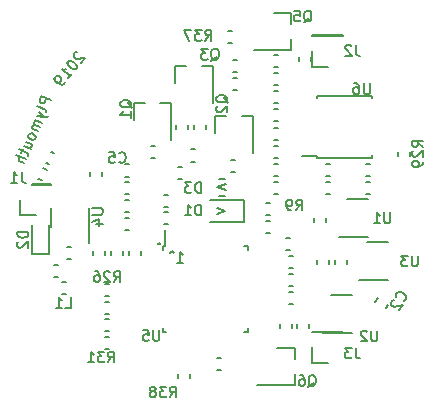
<source format=gbr>
G04 #@! TF.GenerationSoftware,KiCad,Pcbnew,(5.1.2)-2*
G04 #@! TF.CreationDate,2019-07-20T17:19:25+01:00*
G04 #@! TF.ProjectId,Kilobot v2-0,4b696c6f-626f-4742-9076-322d302e6b69,rev?*
G04 #@! TF.SameCoordinates,Original*
G04 #@! TF.FileFunction,Legend,Bot*
G04 #@! TF.FilePolarity,Positive*
%FSLAX46Y46*%
G04 Gerber Fmt 4.6, Leading zero omitted, Abs format (unit mm)*
G04 Created by KiCad (PCBNEW (5.1.2)-2) date 2019-07-20 17:19:25*
%MOMM*%
%LPD*%
G04 APERTURE LIST*
%ADD10C,0.160000*%
%ADD11C,0.200000*%
G04 APERTURE END LIST*
D10*
X96260000Y-105327142D02*
X96774285Y-105327142D01*
X96517142Y-105327142D02*
X96517142Y-104427142D01*
X96602857Y-104555714D01*
X96688571Y-104641428D01*
X96774285Y-104684285D01*
X96002857Y-104512857D02*
X95831428Y-104384285D01*
X95660000Y-104512857D01*
D11*
X94730000Y-103697142D02*
X94682380Y-103744761D01*
X94730000Y-103792380D01*
X94777619Y-103744761D01*
X94730000Y-103697142D01*
X94730000Y-103792380D01*
D10*
X100362857Y-99222857D02*
X99677142Y-98965714D01*
X100362857Y-98708571D01*
X99657142Y-100697142D02*
X100342857Y-100954285D01*
X99657142Y-101211428D01*
X87794542Y-87494751D02*
X87734264Y-87501086D01*
X87647016Y-87540728D01*
X87512162Y-87707259D01*
X87491527Y-87800843D01*
X87497862Y-87861120D01*
X87537504Y-87948368D01*
X87604116Y-88002310D01*
X87731006Y-88049916D01*
X88454331Y-87973891D01*
X88103710Y-88406873D01*
X87053657Y-88273466D02*
X86999715Y-88340078D01*
X86979080Y-88433662D01*
X86985415Y-88493939D01*
X87025057Y-88581187D01*
X87131311Y-88722376D01*
X87297842Y-88857231D01*
X87458038Y-88931808D01*
X87551622Y-88952444D01*
X87611899Y-88946108D01*
X87699147Y-88906467D01*
X87753089Y-88839854D01*
X87773724Y-88746271D01*
X87767389Y-88685993D01*
X87727747Y-88598745D01*
X87621493Y-88457556D01*
X87454962Y-88322701D01*
X87294766Y-88248124D01*
X87201182Y-88227489D01*
X87140905Y-88233824D01*
X87053657Y-88273466D01*
X87024875Y-89739123D02*
X87348525Y-89339448D01*
X87186700Y-89539285D02*
X86487269Y-88972897D01*
X86641129Y-88987197D01*
X86761684Y-88974526D01*
X86848932Y-88934885D01*
X86755166Y-90072185D02*
X86647283Y-90205410D01*
X86560035Y-90245052D01*
X86499758Y-90251387D01*
X86345897Y-90237087D01*
X86185701Y-90162510D01*
X85919251Y-89946743D01*
X85879609Y-89859495D01*
X85873274Y-89799218D01*
X85893910Y-89705635D01*
X86001793Y-89572410D01*
X86089041Y-89532768D01*
X86149318Y-89526433D01*
X86242902Y-89547068D01*
X86409433Y-89681922D01*
X86449075Y-89769170D01*
X86455410Y-89829448D01*
X86434774Y-89923031D01*
X86326891Y-90056256D01*
X86239643Y-90095898D01*
X86179366Y-90102233D01*
X86085782Y-90081598D01*
X85595106Y-91596194D02*
X84766651Y-91244536D01*
X84632686Y-91560137D01*
X84638645Y-91655784D01*
X84661350Y-91711979D01*
X84723505Y-91784921D01*
X84841855Y-91835158D01*
X84937501Y-91829199D01*
X84993697Y-91806494D01*
X85066639Y-91744339D01*
X85200604Y-91428738D01*
X85193211Y-92542999D02*
X85187252Y-92447353D01*
X85125097Y-92374411D01*
X84414993Y-92072990D01*
X84540434Y-92545261D02*
X85009009Y-92976951D01*
X84372978Y-92939763D02*
X85009009Y-92976951D01*
X85239751Y-92981779D01*
X85295947Y-92959074D01*
X85368889Y-92896919D01*
X84791316Y-93489804D02*
X84239013Y-93255365D01*
X84317914Y-93288856D02*
X84261718Y-93311561D01*
X84188776Y-93373716D01*
X84138539Y-93492066D01*
X84144498Y-93587712D01*
X84206653Y-93660654D01*
X84640605Y-93844856D01*
X84206653Y-93660654D02*
X84111007Y-93666613D01*
X84038066Y-93728768D01*
X83987829Y-93847118D01*
X83993788Y-93942764D01*
X84055943Y-94015706D01*
X84489895Y-94199908D01*
X84272202Y-94712760D02*
X84266243Y-94617114D01*
X84243538Y-94560918D01*
X84181383Y-94487977D01*
X83944682Y-94387503D01*
X83849036Y-94393462D01*
X83792840Y-94416167D01*
X83719899Y-94478322D01*
X83669662Y-94596672D01*
X83675621Y-94692318D01*
X83698326Y-94748514D01*
X83760480Y-94821456D01*
X83997182Y-94921929D01*
X84092828Y-94915970D01*
X84149024Y-94893266D01*
X84221965Y-94831111D01*
X84272202Y-94712760D01*
X83301258Y-95464577D02*
X83853561Y-95699015D01*
X83451969Y-95109525D02*
X83885921Y-95293727D01*
X83948076Y-95366668D01*
X83954035Y-95462314D01*
X83903798Y-95580665D01*
X83830857Y-95642820D01*
X83774661Y-95665524D01*
X83184039Y-95740728D02*
X83050074Y-96056330D01*
X82857651Y-95741860D02*
X83567755Y-96043281D01*
X83629909Y-96116222D01*
X83635868Y-96211868D01*
X83602377Y-96290769D01*
X83485158Y-96566920D02*
X82656703Y-96215262D01*
X83334447Y-96921972D02*
X82900495Y-96737770D01*
X82838340Y-96664829D01*
X82832381Y-96569183D01*
X82882618Y-96450832D01*
X82955559Y-96388677D01*
X83011755Y-96365973D01*
X83950000Y-98670000D02*
X85610000Y-98670000D01*
X83950000Y-98730000D02*
X83950000Y-98670000D01*
X85610000Y-98730000D02*
X85610000Y-98670000D01*
X83950000Y-98730000D02*
X85610000Y-98730000D01*
X82950000Y-100000000D02*
X82950000Y-101330000D01*
X82950000Y-101330000D02*
X84280000Y-101330000D01*
X97340000Y-114748733D02*
X97340000Y-115091267D01*
X96320000Y-114748733D02*
X96320000Y-115091267D01*
X108145000Y-96330000D02*
X106795000Y-96330000D01*
X108145000Y-91205000D02*
X112795000Y-91205000D01*
X108145000Y-96455000D02*
X112795000Y-96455000D01*
X108145000Y-91205000D02*
X108145000Y-91430000D01*
X112795000Y-91205000D02*
X112795000Y-91430000D01*
X112795000Y-96455000D02*
X112795000Y-96230000D01*
X108145000Y-96455000D02*
X108145000Y-96330000D01*
X109160000Y-105441267D02*
X109160000Y-105098733D01*
X108140000Y-105441267D02*
X108140000Y-105098733D01*
X96308733Y-97260000D02*
X96651267Y-97260000D01*
X96308733Y-98280000D02*
X96651267Y-98280000D01*
X100808733Y-97630000D02*
X101151267Y-97630000D01*
X100808733Y-96610000D02*
X101151267Y-96610000D01*
X114150000Y-106790000D02*
X111700000Y-106790000D01*
X112350000Y-103570000D02*
X114150000Y-103570000D01*
X107860000Y-101518733D02*
X107860000Y-101861267D01*
X108880000Y-101518733D02*
X108880000Y-101861267D01*
X114093262Y-108895016D02*
X113911747Y-109185501D01*
X113228253Y-108354499D02*
X113046738Y-108644984D01*
X91878733Y-102540000D02*
X92221267Y-102540000D01*
X91878733Y-101520000D02*
X92221267Y-101520000D01*
X91878733Y-97020000D02*
X92221267Y-97020000D01*
X91878733Y-98040000D02*
X92221267Y-98040000D01*
X86968733Y-105060000D02*
X87311267Y-105060000D01*
X86968733Y-104040000D02*
X87311267Y-104040000D01*
X101341267Y-89210000D02*
X100998733Y-89210000D01*
X101341267Y-88190000D02*
X100998733Y-88190000D01*
X101341267Y-89690000D02*
X100998733Y-89690000D01*
X101341267Y-90710000D02*
X100998733Y-90710000D01*
X89170000Y-104323733D02*
X89170000Y-104666267D01*
X90190000Y-104323733D02*
X90190000Y-104666267D01*
X91700000Y-104323733D02*
X91700000Y-104666267D01*
X90680000Y-104323733D02*
X90680000Y-104666267D01*
X85808733Y-105520000D02*
X86151267Y-105520000D01*
X85808733Y-106540000D02*
X86151267Y-106540000D01*
X104473733Y-95430000D02*
X104816267Y-95430000D01*
X104473733Y-96450000D02*
X104816267Y-96450000D01*
X104458733Y-99500000D02*
X104801267Y-99500000D01*
X104458733Y-98480000D02*
X104801267Y-98480000D01*
X104473733Y-94940000D02*
X104816267Y-94940000D01*
X104473733Y-93920000D02*
X104816267Y-93920000D01*
X108878733Y-96970000D02*
X109221267Y-96970000D01*
X108878733Y-97990000D02*
X109221267Y-97990000D01*
X104821267Y-89270000D02*
X104478733Y-89270000D01*
X104821267Y-90290000D02*
X104478733Y-90290000D01*
X107590000Y-88261267D02*
X107590000Y-87918733D01*
X106570000Y-88261267D02*
X106570000Y-87918733D01*
X104940000Y-110528733D02*
X104940000Y-110871267D01*
X105960000Y-110528733D02*
X105960000Y-110871267D01*
X104498733Y-88760000D02*
X104841267Y-88760000D01*
X104498733Y-87740000D02*
X104841267Y-87740000D01*
X107440000Y-110523733D02*
X107440000Y-110866267D01*
X106420000Y-110523733D02*
X106420000Y-110866267D01*
X99030000Y-100010000D02*
X101890000Y-100010000D01*
X101890000Y-100010000D02*
X101890000Y-101930000D01*
X101890000Y-101930000D02*
X99030000Y-101930000D01*
X85405000Y-102140000D02*
X85405000Y-104600000D01*
X85405000Y-104600000D02*
X83935000Y-104600000D01*
X83935000Y-104600000D02*
X83935000Y-102140000D01*
X99768748Y-99690000D02*
X100291252Y-99690000D01*
X99768748Y-98270000D02*
X100291252Y-98270000D01*
X107670000Y-88730000D02*
X109000000Y-88730000D01*
X107670000Y-87400000D02*
X107670000Y-88730000D01*
X107670000Y-86130000D02*
X110330000Y-86130000D01*
X110330000Y-86130000D02*
X110330000Y-86070000D01*
X107670000Y-86130000D02*
X107670000Y-86070000D01*
X107670000Y-86070000D02*
X110330000Y-86070000D01*
X107670000Y-111170000D02*
X110330000Y-111170000D01*
X107670000Y-111230000D02*
X107670000Y-111170000D01*
X110330000Y-111230000D02*
X110330000Y-111170000D01*
X107670000Y-111230000D02*
X110330000Y-111230000D01*
X107670000Y-112500000D02*
X107670000Y-113830000D01*
X107670000Y-113830000D02*
X109000000Y-113830000D01*
X86861267Y-106980000D02*
X86518733Y-106980000D01*
X86861267Y-108000000D02*
X86518733Y-108000000D01*
X92580000Y-91780000D02*
X92580000Y-93240000D01*
X95740000Y-91780000D02*
X95740000Y-94940000D01*
X95740000Y-91780000D02*
X94810000Y-91780000D01*
X92580000Y-91780000D02*
X93510000Y-91780000D01*
X99500000Y-92920000D02*
X100430000Y-92920000D01*
X102660000Y-92920000D02*
X101730000Y-92920000D01*
X102660000Y-92920000D02*
X102660000Y-96080000D01*
X99500000Y-92920000D02*
X99500000Y-94380000D01*
X96120000Y-88690000D02*
X96120000Y-90150000D01*
X99280000Y-88690000D02*
X99280000Y-91850000D01*
X99280000Y-88690000D02*
X98350000Y-88690000D01*
X96120000Y-88690000D02*
X97050000Y-88690000D01*
X105890000Y-84180000D02*
X105890000Y-85110000D01*
X105890000Y-87340000D02*
X105890000Y-86410000D01*
X105890000Y-87340000D02*
X102730000Y-87340000D01*
X105890000Y-84180000D02*
X104430000Y-84180000D01*
X106200000Y-112540000D02*
X106200000Y-113470000D01*
X106200000Y-115700000D02*
X106200000Y-114770000D01*
X106200000Y-115700000D02*
X103040000Y-115700000D01*
X106200000Y-112540000D02*
X104740000Y-112540000D01*
X106091267Y-104770000D02*
X105748733Y-104770000D01*
X106091267Y-105790000D02*
X105748733Y-105790000D01*
X106091267Y-107300000D02*
X105748733Y-107300000D01*
X106091267Y-106280000D02*
X105748733Y-106280000D01*
X106091267Y-107785000D02*
X105748733Y-107785000D01*
X106091267Y-108805000D02*
X105748733Y-108805000D01*
X104121267Y-101790000D02*
X103778733Y-101790000D01*
X104121267Y-102810000D02*
X103778733Y-102810000D01*
X105781267Y-104290000D02*
X105438733Y-104290000D01*
X105781267Y-103270000D02*
X105438733Y-103270000D01*
X109640000Y-105441267D02*
X109640000Y-105098733D01*
X110660000Y-105441267D02*
X110660000Y-105098733D01*
X94421267Y-95490000D02*
X94078733Y-95490000D01*
X94421267Y-96510000D02*
X94078733Y-96510000D01*
X104111267Y-101320000D02*
X103768733Y-101320000D01*
X104111267Y-100300000D02*
X103768733Y-100300000D01*
X92221267Y-100010000D02*
X91878733Y-100010000D01*
X92221267Y-101030000D02*
X91878733Y-101030000D01*
X97791267Y-96770000D02*
X97448733Y-96770000D01*
X97791267Y-95750000D02*
X97448733Y-95750000D01*
X92221267Y-99530000D02*
X91878733Y-99530000D01*
X92221267Y-98510000D02*
X91878733Y-98510000D01*
X98700000Y-94001267D02*
X98700000Y-93658733D01*
X97680000Y-94001267D02*
X97680000Y-93658733D01*
X97210000Y-93668733D02*
X97210000Y-94011267D01*
X96190000Y-93668733D02*
X96190000Y-94011267D01*
X88850000Y-97981267D02*
X88850000Y-97638733D01*
X89870000Y-97981267D02*
X89870000Y-97638733D01*
X99658733Y-114430000D02*
X100001267Y-114430000D01*
X99658733Y-113410000D02*
X100001267Y-113410000D01*
X84497144Y-98227536D02*
X84807585Y-98372298D01*
X84928215Y-97303102D02*
X85238656Y-97447864D01*
X92190000Y-104323733D02*
X92190000Y-104666267D01*
X93210000Y-104323733D02*
X93210000Y-104666267D01*
X85562115Y-95943602D02*
X85872556Y-96088364D01*
X85131044Y-96868036D02*
X85441485Y-97012798D01*
X112228733Y-98000000D02*
X112571267Y-98000000D01*
X112228733Y-96980000D02*
X112571267Y-96980000D01*
X104786267Y-97000000D02*
X104443733Y-97000000D01*
X104786267Y-98020000D02*
X104443733Y-98020000D01*
X90521267Y-108160000D02*
X90178733Y-108160000D01*
X90521267Y-107140000D02*
X90178733Y-107140000D01*
X90521267Y-111153000D02*
X90178733Y-111153000D01*
X90521267Y-110133000D02*
X90178733Y-110133000D01*
X95521267Y-100600000D02*
X95178733Y-100600000D01*
X95521267Y-99580000D02*
X95178733Y-99580000D01*
X115940000Y-96271267D02*
X115940000Y-95928733D01*
X114920000Y-96271267D02*
X114920000Y-95928733D01*
X90521267Y-108637000D02*
X90178733Y-108637000D01*
X90521267Y-109657000D02*
X90178733Y-109657000D01*
X90521267Y-111630000D02*
X90178733Y-111630000D01*
X90521267Y-112650000D02*
X90178733Y-112650000D01*
X95521267Y-101040000D02*
X95178733Y-101040000D01*
X95521267Y-102060000D02*
X95178733Y-102060000D01*
X112571267Y-99510000D02*
X112228733Y-99510000D01*
X112571267Y-98490000D02*
X112228733Y-98490000D01*
X104478733Y-92300000D02*
X104821267Y-92300000D01*
X104478733Y-93320000D02*
X104821267Y-93320000D01*
X108888733Y-98483300D02*
X109231267Y-98483300D01*
X108888733Y-99503300D02*
X109231267Y-99503300D01*
X104821267Y-91810000D02*
X104478733Y-91810000D01*
X104821267Y-90790000D02*
X104478733Y-90790000D01*
X100558733Y-86740000D02*
X100901267Y-86740000D01*
X100558733Y-85720000D02*
X100901267Y-85720000D01*
X112430000Y-103150000D02*
X109980000Y-103150000D01*
X110630000Y-99930000D02*
X112430000Y-99930000D01*
X109270000Y-108050000D02*
X111070000Y-108050000D01*
X111070000Y-111270000D02*
X108620000Y-111270000D01*
X85575000Y-102320000D02*
X85575000Y-100720000D01*
X88825000Y-103680000D02*
X88825000Y-100720000D01*
X95250000Y-103965000D02*
X95250000Y-102540000D01*
X95025000Y-111215000D02*
X95025000Y-110890000D01*
X102275000Y-111215000D02*
X102275000Y-110890000D01*
X102275000Y-103965000D02*
X102275000Y-104290000D01*
X95025000Y-103965000D02*
X95025000Y-104290000D01*
X102275000Y-103965000D02*
X101950000Y-103965000D01*
X102275000Y-111215000D02*
X101950000Y-111215000D01*
X95025000Y-111215000D02*
X95350000Y-111215000D01*
X95025000Y-103965000D02*
X95250000Y-103965000D01*
X83120000Y-97657142D02*
X83120000Y-98300000D01*
X83162857Y-98428571D01*
X83248571Y-98514285D01*
X83377142Y-98557142D01*
X83462857Y-98557142D01*
X82220000Y-98557142D02*
X82734285Y-98557142D01*
X82477142Y-98557142D02*
X82477142Y-97657142D01*
X82562857Y-97785714D01*
X82648571Y-97871428D01*
X82734285Y-97914285D01*
X95638571Y-116737142D02*
X95938571Y-116308571D01*
X96152857Y-116737142D02*
X96152857Y-115837142D01*
X95810000Y-115837142D01*
X95724285Y-115880000D01*
X95681428Y-115922857D01*
X95638571Y-116008571D01*
X95638571Y-116137142D01*
X95681428Y-116222857D01*
X95724285Y-116265714D01*
X95810000Y-116308571D01*
X96152857Y-116308571D01*
X95338571Y-115837142D02*
X94781428Y-115837142D01*
X95081428Y-116180000D01*
X94952857Y-116180000D01*
X94867142Y-116222857D01*
X94824285Y-116265714D01*
X94781428Y-116351428D01*
X94781428Y-116565714D01*
X94824285Y-116651428D01*
X94867142Y-116694285D01*
X94952857Y-116737142D01*
X95210000Y-116737142D01*
X95295714Y-116694285D01*
X95338571Y-116651428D01*
X94267142Y-116222857D02*
X94352857Y-116180000D01*
X94395714Y-116137142D01*
X94438571Y-116051428D01*
X94438571Y-116008571D01*
X94395714Y-115922857D01*
X94352857Y-115880000D01*
X94267142Y-115837142D01*
X94095714Y-115837142D01*
X94010000Y-115880000D01*
X93967142Y-115922857D01*
X93924285Y-116008571D01*
X93924285Y-116051428D01*
X93967142Y-116137142D01*
X94010000Y-116180000D01*
X94095714Y-116222857D01*
X94267142Y-116222857D01*
X94352857Y-116265714D01*
X94395714Y-116308571D01*
X94438571Y-116394285D01*
X94438571Y-116565714D01*
X94395714Y-116651428D01*
X94352857Y-116694285D01*
X94267142Y-116737142D01*
X94095714Y-116737142D01*
X94010000Y-116694285D01*
X93967142Y-116651428D01*
X93924285Y-116565714D01*
X93924285Y-116394285D01*
X93967142Y-116308571D01*
X94010000Y-116265714D01*
X94095714Y-116222857D01*
X112595714Y-90157142D02*
X112595714Y-90885714D01*
X112552857Y-90971428D01*
X112510000Y-91014285D01*
X112424285Y-91057142D01*
X112252857Y-91057142D01*
X112167142Y-91014285D01*
X112124285Y-90971428D01*
X112081428Y-90885714D01*
X112081428Y-90157142D01*
X111267142Y-90157142D02*
X111438571Y-90157142D01*
X111524285Y-90200000D01*
X111567142Y-90242857D01*
X111652857Y-90371428D01*
X111695714Y-90542857D01*
X111695714Y-90885714D01*
X111652857Y-90971428D01*
X111610000Y-91014285D01*
X111524285Y-91057142D01*
X111352857Y-91057142D01*
X111267142Y-91014285D01*
X111224285Y-90971428D01*
X111181428Y-90885714D01*
X111181428Y-90671428D01*
X111224285Y-90585714D01*
X111267142Y-90542857D01*
X111352857Y-90500000D01*
X111524285Y-90500000D01*
X111610000Y-90542857D01*
X111652857Y-90585714D01*
X111695714Y-90671428D01*
X116655714Y-104747142D02*
X116655714Y-105475714D01*
X116612857Y-105561428D01*
X116570000Y-105604285D01*
X116484285Y-105647142D01*
X116312857Y-105647142D01*
X116227142Y-105604285D01*
X116184285Y-105561428D01*
X116141428Y-105475714D01*
X116141428Y-104747142D01*
X115798571Y-104747142D02*
X115241428Y-104747142D01*
X115541428Y-105090000D01*
X115412857Y-105090000D01*
X115327142Y-105132857D01*
X115284285Y-105175714D01*
X115241428Y-105261428D01*
X115241428Y-105475714D01*
X115284285Y-105561428D01*
X115327142Y-105604285D01*
X115412857Y-105647142D01*
X115670000Y-105647142D01*
X115755714Y-105604285D01*
X115798571Y-105561428D01*
X115432074Y-108593123D02*
X115491130Y-108579489D01*
X115595607Y-108493165D01*
X115641029Y-108420476D01*
X115672817Y-108288730D01*
X115645548Y-108170619D01*
X115595569Y-108088852D01*
X115472901Y-107961664D01*
X115363866Y-107893531D01*
X115195775Y-107839033D01*
X115100375Y-107829956D01*
X114982263Y-107857224D01*
X114877786Y-107943548D01*
X114832364Y-108016238D01*
X114800577Y-108147984D01*
X114814211Y-108207039D01*
X114632524Y-108497799D02*
X114573468Y-108511433D01*
X114491702Y-108561412D01*
X114378148Y-108743136D01*
X114369071Y-108838537D01*
X114382705Y-108897593D01*
X114432684Y-108979359D01*
X114505374Y-109024781D01*
X114637119Y-109056569D01*
X115345788Y-108892960D01*
X115050548Y-109365443D01*
X91340000Y-96801428D02*
X91382857Y-96844285D01*
X91511428Y-96887142D01*
X91597142Y-96887142D01*
X91725714Y-96844285D01*
X91811428Y-96758571D01*
X91854285Y-96672857D01*
X91897142Y-96501428D01*
X91897142Y-96372857D01*
X91854285Y-96201428D01*
X91811428Y-96115714D01*
X91725714Y-96030000D01*
X91597142Y-95987142D01*
X91511428Y-95987142D01*
X91382857Y-96030000D01*
X91340000Y-96072857D01*
X90525714Y-95987142D02*
X90954285Y-95987142D01*
X90997142Y-96415714D01*
X90954285Y-96372857D01*
X90868571Y-96330000D01*
X90654285Y-96330000D01*
X90568571Y-96372857D01*
X90525714Y-96415714D01*
X90482857Y-96501428D01*
X90482857Y-96715714D01*
X90525714Y-96801428D01*
X90568571Y-96844285D01*
X90654285Y-96887142D01*
X90868571Y-96887142D01*
X90954285Y-96844285D01*
X90997142Y-96801428D01*
X98274285Y-101337142D02*
X98274285Y-100437142D01*
X98060000Y-100437142D01*
X97931428Y-100480000D01*
X97845714Y-100565714D01*
X97802857Y-100651428D01*
X97760000Y-100822857D01*
X97760000Y-100951428D01*
X97802857Y-101122857D01*
X97845714Y-101208571D01*
X97931428Y-101294285D01*
X98060000Y-101337142D01*
X98274285Y-101337142D01*
X96902857Y-101337142D02*
X97417142Y-101337142D01*
X97160000Y-101337142D02*
X97160000Y-100437142D01*
X97245714Y-100565714D01*
X97331428Y-100651428D01*
X97417142Y-100694285D01*
X83637142Y-102705714D02*
X82737142Y-102705714D01*
X82737142Y-102920000D01*
X82780000Y-103048571D01*
X82865714Y-103134285D01*
X82951428Y-103177142D01*
X83122857Y-103220000D01*
X83251428Y-103220000D01*
X83422857Y-103177142D01*
X83508571Y-103134285D01*
X83594285Y-103048571D01*
X83637142Y-102920000D01*
X83637142Y-102705714D01*
X82822857Y-103562857D02*
X82780000Y-103605714D01*
X82737142Y-103691428D01*
X82737142Y-103905714D01*
X82780000Y-103991428D01*
X82822857Y-104034285D01*
X82908571Y-104077142D01*
X82994285Y-104077142D01*
X83122857Y-104034285D01*
X83637142Y-103520000D01*
X83637142Y-104077142D01*
X98274285Y-99437142D02*
X98274285Y-98537142D01*
X98060000Y-98537142D01*
X97931428Y-98580000D01*
X97845714Y-98665714D01*
X97802857Y-98751428D01*
X97760000Y-98922857D01*
X97760000Y-99051428D01*
X97802857Y-99222857D01*
X97845714Y-99308571D01*
X97931428Y-99394285D01*
X98060000Y-99437142D01*
X98274285Y-99437142D01*
X97460000Y-98537142D02*
X96902857Y-98537142D01*
X97202857Y-98880000D01*
X97074285Y-98880000D01*
X96988571Y-98922857D01*
X96945714Y-98965714D01*
X96902857Y-99051428D01*
X96902857Y-99265714D01*
X96945714Y-99351428D01*
X96988571Y-99394285D01*
X97074285Y-99437142D01*
X97331428Y-99437142D01*
X97417142Y-99394285D01*
X97460000Y-99351428D01*
X111400000Y-86897142D02*
X111400000Y-87540000D01*
X111442857Y-87668571D01*
X111528571Y-87754285D01*
X111657142Y-87797142D01*
X111742857Y-87797142D01*
X111014285Y-86982857D02*
X110971428Y-86940000D01*
X110885714Y-86897142D01*
X110671428Y-86897142D01*
X110585714Y-86940000D01*
X110542857Y-86982857D01*
X110500000Y-87068571D01*
X110500000Y-87154285D01*
X110542857Y-87282857D01*
X111057142Y-87797142D01*
X110500000Y-87797142D01*
X111370000Y-112537142D02*
X111370000Y-113180000D01*
X111412857Y-113308571D01*
X111498571Y-113394285D01*
X111627142Y-113437142D01*
X111712857Y-113437142D01*
X111027142Y-112537142D02*
X110470000Y-112537142D01*
X110770000Y-112880000D01*
X110641428Y-112880000D01*
X110555714Y-112922857D01*
X110512857Y-112965714D01*
X110470000Y-113051428D01*
X110470000Y-113265714D01*
X110512857Y-113351428D01*
X110555714Y-113394285D01*
X110641428Y-113437142D01*
X110898571Y-113437142D01*
X110984285Y-113394285D01*
X111027142Y-113351428D01*
X86810000Y-109147142D02*
X87238571Y-109147142D01*
X87238571Y-108247142D01*
X86038571Y-109147142D02*
X86552857Y-109147142D01*
X86295714Y-109147142D02*
X86295714Y-108247142D01*
X86381428Y-108375714D01*
X86467142Y-108461428D01*
X86552857Y-108504285D01*
X92412857Y-92234285D02*
X92370000Y-92148571D01*
X92284285Y-92062857D01*
X92155714Y-91934285D01*
X92112857Y-91848571D01*
X92112857Y-91762857D01*
X92327142Y-91805714D02*
X92284285Y-91720000D01*
X92198571Y-91634285D01*
X92027142Y-91591428D01*
X91727142Y-91591428D01*
X91555714Y-91634285D01*
X91470000Y-91720000D01*
X91427142Y-91805714D01*
X91427142Y-91977142D01*
X91470000Y-92062857D01*
X91555714Y-92148571D01*
X91727142Y-92191428D01*
X92027142Y-92191428D01*
X92198571Y-92148571D01*
X92284285Y-92062857D01*
X92327142Y-91977142D01*
X92327142Y-91805714D01*
X92327142Y-93048571D02*
X92327142Y-92534285D01*
X92327142Y-92791428D02*
X91427142Y-92791428D01*
X91555714Y-92705714D01*
X91641428Y-92620000D01*
X91684285Y-92534285D01*
X100542857Y-91794285D02*
X100500000Y-91708571D01*
X100414285Y-91622857D01*
X100285714Y-91494285D01*
X100242857Y-91408571D01*
X100242857Y-91322857D01*
X100457142Y-91365714D02*
X100414285Y-91280000D01*
X100328571Y-91194285D01*
X100157142Y-91151428D01*
X99857142Y-91151428D01*
X99685714Y-91194285D01*
X99600000Y-91280000D01*
X99557142Y-91365714D01*
X99557142Y-91537142D01*
X99600000Y-91622857D01*
X99685714Y-91708571D01*
X99857142Y-91751428D01*
X100157142Y-91751428D01*
X100328571Y-91708571D01*
X100414285Y-91622857D01*
X100457142Y-91537142D01*
X100457142Y-91365714D01*
X99642857Y-92094285D02*
X99600000Y-92137142D01*
X99557142Y-92222857D01*
X99557142Y-92437142D01*
X99600000Y-92522857D01*
X99642857Y-92565714D01*
X99728571Y-92608571D01*
X99814285Y-92608571D01*
X99942857Y-92565714D01*
X100457142Y-92051428D01*
X100457142Y-92608571D01*
X99125714Y-88222857D02*
X99211428Y-88180000D01*
X99297142Y-88094285D01*
X99425714Y-87965714D01*
X99511428Y-87922857D01*
X99597142Y-87922857D01*
X99554285Y-88137142D02*
X99640000Y-88094285D01*
X99725714Y-88008571D01*
X99768571Y-87837142D01*
X99768571Y-87537142D01*
X99725714Y-87365714D01*
X99640000Y-87280000D01*
X99554285Y-87237142D01*
X99382857Y-87237142D01*
X99297142Y-87280000D01*
X99211428Y-87365714D01*
X99168571Y-87537142D01*
X99168571Y-87837142D01*
X99211428Y-88008571D01*
X99297142Y-88094285D01*
X99382857Y-88137142D01*
X99554285Y-88137142D01*
X98868571Y-87237142D02*
X98311428Y-87237142D01*
X98611428Y-87580000D01*
X98482857Y-87580000D01*
X98397142Y-87622857D01*
X98354285Y-87665714D01*
X98311428Y-87751428D01*
X98311428Y-87965714D01*
X98354285Y-88051428D01*
X98397142Y-88094285D01*
X98482857Y-88137142D01*
X98740000Y-88137142D01*
X98825714Y-88094285D01*
X98868571Y-88051428D01*
X106965714Y-84982857D02*
X107051428Y-84940000D01*
X107137142Y-84854285D01*
X107265714Y-84725714D01*
X107351428Y-84682857D01*
X107437142Y-84682857D01*
X107394285Y-84897142D02*
X107480000Y-84854285D01*
X107565714Y-84768571D01*
X107608571Y-84597142D01*
X107608571Y-84297142D01*
X107565714Y-84125714D01*
X107480000Y-84040000D01*
X107394285Y-83997142D01*
X107222857Y-83997142D01*
X107137142Y-84040000D01*
X107051428Y-84125714D01*
X107008571Y-84297142D01*
X107008571Y-84597142D01*
X107051428Y-84768571D01*
X107137142Y-84854285D01*
X107222857Y-84897142D01*
X107394285Y-84897142D01*
X106194285Y-83997142D02*
X106622857Y-83997142D01*
X106665714Y-84425714D01*
X106622857Y-84382857D01*
X106537142Y-84340000D01*
X106322857Y-84340000D01*
X106237142Y-84382857D01*
X106194285Y-84425714D01*
X106151428Y-84511428D01*
X106151428Y-84725714D01*
X106194285Y-84811428D01*
X106237142Y-84854285D01*
X106322857Y-84897142D01*
X106537142Y-84897142D01*
X106622857Y-84854285D01*
X106665714Y-84811428D01*
X107375714Y-115832857D02*
X107461428Y-115790000D01*
X107547142Y-115704285D01*
X107675714Y-115575714D01*
X107761428Y-115532857D01*
X107847142Y-115532857D01*
X107804285Y-115747142D02*
X107890000Y-115704285D01*
X107975714Y-115618571D01*
X108018571Y-115447142D01*
X108018571Y-115147142D01*
X107975714Y-114975714D01*
X107890000Y-114890000D01*
X107804285Y-114847142D01*
X107632857Y-114847142D01*
X107547142Y-114890000D01*
X107461428Y-114975714D01*
X107418571Y-115147142D01*
X107418571Y-115447142D01*
X107461428Y-115618571D01*
X107547142Y-115704285D01*
X107632857Y-115747142D01*
X107804285Y-115747142D01*
X106647142Y-114847142D02*
X106818571Y-114847142D01*
X106904285Y-114890000D01*
X106947142Y-114932857D01*
X107032857Y-115061428D01*
X107075714Y-115232857D01*
X107075714Y-115575714D01*
X107032857Y-115661428D01*
X106990000Y-115704285D01*
X106904285Y-115747142D01*
X106732857Y-115747142D01*
X106647142Y-115704285D01*
X106604285Y-115661428D01*
X106561428Y-115575714D01*
X106561428Y-115361428D01*
X106604285Y-115275714D01*
X106647142Y-115232857D01*
X106732857Y-115190000D01*
X106904285Y-115190000D01*
X106990000Y-115232857D01*
X107032857Y-115275714D01*
X107075714Y-115361428D01*
X106340000Y-100907142D02*
X106640000Y-100478571D01*
X106854285Y-100907142D02*
X106854285Y-100007142D01*
X106511428Y-100007142D01*
X106425714Y-100050000D01*
X106382857Y-100092857D01*
X106340000Y-100178571D01*
X106340000Y-100307142D01*
X106382857Y-100392857D01*
X106425714Y-100435714D01*
X106511428Y-100478571D01*
X106854285Y-100478571D01*
X105911428Y-100907142D02*
X105740000Y-100907142D01*
X105654285Y-100864285D01*
X105611428Y-100821428D01*
X105525714Y-100692857D01*
X105482857Y-100521428D01*
X105482857Y-100178571D01*
X105525714Y-100092857D01*
X105568571Y-100050000D01*
X105654285Y-100007142D01*
X105825714Y-100007142D01*
X105911428Y-100050000D01*
X105954285Y-100092857D01*
X105997142Y-100178571D01*
X105997142Y-100392857D01*
X105954285Y-100478571D01*
X105911428Y-100521428D01*
X105825714Y-100564285D01*
X105654285Y-100564285D01*
X105568571Y-100521428D01*
X105525714Y-100478571D01*
X105482857Y-100392857D01*
X90908571Y-106947142D02*
X91208571Y-106518571D01*
X91422857Y-106947142D02*
X91422857Y-106047142D01*
X91080000Y-106047142D01*
X90994285Y-106090000D01*
X90951428Y-106132857D01*
X90908571Y-106218571D01*
X90908571Y-106347142D01*
X90951428Y-106432857D01*
X90994285Y-106475714D01*
X91080000Y-106518571D01*
X91422857Y-106518571D01*
X90565714Y-106132857D02*
X90522857Y-106090000D01*
X90437142Y-106047142D01*
X90222857Y-106047142D01*
X90137142Y-106090000D01*
X90094285Y-106132857D01*
X90051428Y-106218571D01*
X90051428Y-106304285D01*
X90094285Y-106432857D01*
X90608571Y-106947142D01*
X90051428Y-106947142D01*
X89280000Y-106047142D02*
X89451428Y-106047142D01*
X89537142Y-106090000D01*
X89580000Y-106132857D01*
X89665714Y-106261428D01*
X89708571Y-106432857D01*
X89708571Y-106775714D01*
X89665714Y-106861428D01*
X89622857Y-106904285D01*
X89537142Y-106947142D01*
X89365714Y-106947142D01*
X89280000Y-106904285D01*
X89237142Y-106861428D01*
X89194285Y-106775714D01*
X89194285Y-106561428D01*
X89237142Y-106475714D01*
X89280000Y-106432857D01*
X89365714Y-106390000D01*
X89537142Y-106390000D01*
X89622857Y-106432857D01*
X89665714Y-106475714D01*
X89708571Y-106561428D01*
X117047142Y-95521428D02*
X116618571Y-95221428D01*
X117047142Y-95007142D02*
X116147142Y-95007142D01*
X116147142Y-95350000D01*
X116190000Y-95435714D01*
X116232857Y-95478571D01*
X116318571Y-95521428D01*
X116447142Y-95521428D01*
X116532857Y-95478571D01*
X116575714Y-95435714D01*
X116618571Y-95350000D01*
X116618571Y-95007142D01*
X116232857Y-95864285D02*
X116190000Y-95907142D01*
X116147142Y-95992857D01*
X116147142Y-96207142D01*
X116190000Y-96292857D01*
X116232857Y-96335714D01*
X116318571Y-96378571D01*
X116404285Y-96378571D01*
X116532857Y-96335714D01*
X117047142Y-95821428D01*
X117047142Y-96378571D01*
X117047142Y-96807142D02*
X117047142Y-96978571D01*
X117004285Y-97064285D01*
X116961428Y-97107142D01*
X116832857Y-97192857D01*
X116661428Y-97235714D01*
X116318571Y-97235714D01*
X116232857Y-97192857D01*
X116190000Y-97150000D01*
X116147142Y-97064285D01*
X116147142Y-96892857D01*
X116190000Y-96807142D01*
X116232857Y-96764285D01*
X116318571Y-96721428D01*
X116532857Y-96721428D01*
X116618571Y-96764285D01*
X116661428Y-96807142D01*
X116704285Y-96892857D01*
X116704285Y-97064285D01*
X116661428Y-97150000D01*
X116618571Y-97192857D01*
X116532857Y-97235714D01*
X90398571Y-113767142D02*
X90698571Y-113338571D01*
X90912857Y-113767142D02*
X90912857Y-112867142D01*
X90570000Y-112867142D01*
X90484285Y-112910000D01*
X90441428Y-112952857D01*
X90398571Y-113038571D01*
X90398571Y-113167142D01*
X90441428Y-113252857D01*
X90484285Y-113295714D01*
X90570000Y-113338571D01*
X90912857Y-113338571D01*
X90098571Y-112867142D02*
X89541428Y-112867142D01*
X89841428Y-113210000D01*
X89712857Y-113210000D01*
X89627142Y-113252857D01*
X89584285Y-113295714D01*
X89541428Y-113381428D01*
X89541428Y-113595714D01*
X89584285Y-113681428D01*
X89627142Y-113724285D01*
X89712857Y-113767142D01*
X89970000Y-113767142D01*
X90055714Y-113724285D01*
X90098571Y-113681428D01*
X88684285Y-113767142D02*
X89198571Y-113767142D01*
X88941428Y-113767142D02*
X88941428Y-112867142D01*
X89027142Y-112995714D01*
X89112857Y-113081428D01*
X89198571Y-113124285D01*
X98628571Y-86527142D02*
X98928571Y-86098571D01*
X99142857Y-86527142D02*
X99142857Y-85627142D01*
X98800000Y-85627142D01*
X98714285Y-85670000D01*
X98671428Y-85712857D01*
X98628571Y-85798571D01*
X98628571Y-85927142D01*
X98671428Y-86012857D01*
X98714285Y-86055714D01*
X98800000Y-86098571D01*
X99142857Y-86098571D01*
X98328571Y-85627142D02*
X97771428Y-85627142D01*
X98071428Y-85970000D01*
X97942857Y-85970000D01*
X97857142Y-86012857D01*
X97814285Y-86055714D01*
X97771428Y-86141428D01*
X97771428Y-86355714D01*
X97814285Y-86441428D01*
X97857142Y-86484285D01*
X97942857Y-86527142D01*
X98200000Y-86527142D01*
X98285714Y-86484285D01*
X98328571Y-86441428D01*
X97471428Y-85627142D02*
X96871428Y-85627142D01*
X97257142Y-86527142D01*
X114305714Y-101087142D02*
X114305714Y-101815714D01*
X114262857Y-101901428D01*
X114220000Y-101944285D01*
X114134285Y-101987142D01*
X113962857Y-101987142D01*
X113877142Y-101944285D01*
X113834285Y-101901428D01*
X113791428Y-101815714D01*
X113791428Y-101087142D01*
X112891428Y-101987142D02*
X113405714Y-101987142D01*
X113148571Y-101987142D02*
X113148571Y-101087142D01*
X113234285Y-101215714D01*
X113320000Y-101301428D01*
X113405714Y-101344285D01*
X113225714Y-111107142D02*
X113225714Y-111835714D01*
X113182857Y-111921428D01*
X113140000Y-111964285D01*
X113054285Y-112007142D01*
X112882857Y-112007142D01*
X112797142Y-111964285D01*
X112754285Y-111921428D01*
X112711428Y-111835714D01*
X112711428Y-111107142D01*
X112325714Y-111192857D02*
X112282857Y-111150000D01*
X112197142Y-111107142D01*
X111982857Y-111107142D01*
X111897142Y-111150000D01*
X111854285Y-111192857D01*
X111811428Y-111278571D01*
X111811428Y-111364285D01*
X111854285Y-111492857D01*
X112368571Y-112007142D01*
X111811428Y-112007142D01*
X89057142Y-100744285D02*
X89785714Y-100744285D01*
X89871428Y-100787142D01*
X89914285Y-100830000D01*
X89957142Y-100915714D01*
X89957142Y-101087142D01*
X89914285Y-101172857D01*
X89871428Y-101215714D01*
X89785714Y-101258571D01*
X89057142Y-101258571D01*
X89357142Y-102072857D02*
X89957142Y-102072857D01*
X89014285Y-101858571D02*
X89657142Y-101644285D01*
X89657142Y-102201428D01*
X94745714Y-111047142D02*
X94745714Y-111775714D01*
X94702857Y-111861428D01*
X94660000Y-111904285D01*
X94574285Y-111947142D01*
X94402857Y-111947142D01*
X94317142Y-111904285D01*
X94274285Y-111861428D01*
X94231428Y-111775714D01*
X94231428Y-111047142D01*
X93374285Y-111047142D02*
X93802857Y-111047142D01*
X93845714Y-111475714D01*
X93802857Y-111432857D01*
X93717142Y-111390000D01*
X93502857Y-111390000D01*
X93417142Y-111432857D01*
X93374285Y-111475714D01*
X93331428Y-111561428D01*
X93331428Y-111775714D01*
X93374285Y-111861428D01*
X93417142Y-111904285D01*
X93502857Y-111947142D01*
X93717142Y-111947142D01*
X93802857Y-111904285D01*
X93845714Y-111861428D01*
M02*

</source>
